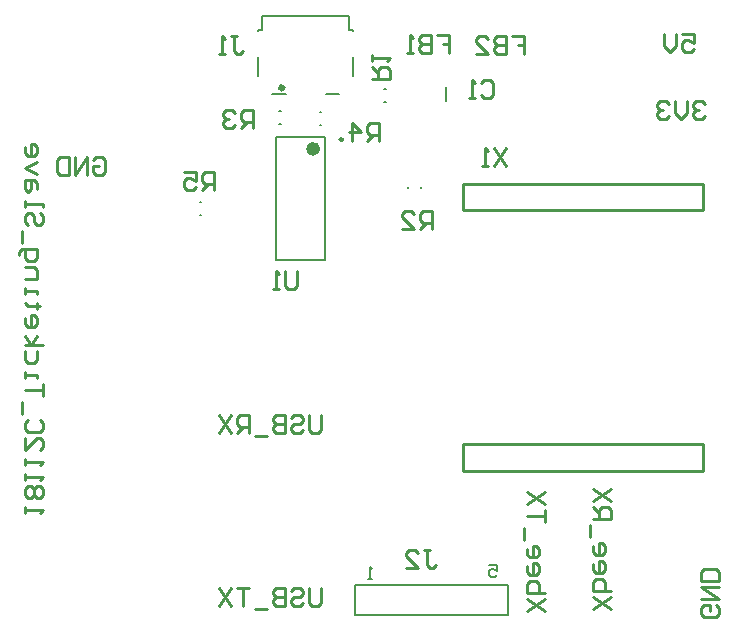
<source format=gbr>
%TF.GenerationSoftware,Altium Limited,Altium Designer,21.6.1 (37)*%
G04 Layer_Color=32896*
%FSLAX43Y43*%
%MOMM*%
%TF.SameCoordinates,1F06128E-DADF-4999-8CD8-60C71D9D28CE*%
%TF.FilePolarity,Positive*%
%TF.FileFunction,Legend,Bot*%
%TF.Part,Single*%
G01*
G75*
%TA.AperFunction,NonConductor*%
%ADD42C,0.250*%
%ADD43C,0.200*%
%ADD45C,0.254*%
%ADD47C,0.400*%
%ADD48C,0.600*%
%ADD49C,0.150*%
D42*
X29825Y41625D02*
G03*
X29825Y41625I-125J0D01*
G01*
D43*
X38596Y44875D02*
Y46075D01*
X27850Y42850D02*
X27950D01*
X27850Y43950D02*
X27950D01*
X24450Y44050D02*
X24550D01*
X24450Y42950D02*
X24550D01*
X30838Y1397D02*
Y3937D01*
X43838D01*
Y1397D02*
Y3937D01*
X30838Y1397D02*
X43838D01*
X33351Y44789D02*
X33451D01*
X33351Y45889D02*
X33451D01*
X36450Y37477D02*
Y37577D01*
X35350Y37477D02*
Y37577D01*
X24200Y31425D02*
X28300D01*
X24200Y41825D02*
X28300D01*
X24200Y31425D02*
Y41825D01*
X28300Y31425D02*
Y41825D01*
X17707Y35264D02*
X17807D01*
X17707Y36364D02*
X17807D01*
X42194Y5572D02*
X42861D01*
Y5072D01*
X42527Y5238D01*
X42361D01*
X42194Y5072D01*
Y4739D01*
X42361Y4572D01*
X42694D01*
X42861Y4739D01*
X32308Y4445D02*
X31975D01*
X32141D01*
Y5445D01*
X32308Y5278D01*
D45*
X60310Y14833D02*
Y15849D01*
Y13563D02*
Y14833D01*
X39990Y15849D02*
X60310D01*
X39990Y13563D02*
Y15849D01*
Y13563D02*
X60310D01*
Y35661D02*
Y37820D01*
X39990D02*
X60310D01*
X39990Y35661D02*
Y37820D01*
Y35661D02*
X60310D01*
X60446Y44624D02*
X60192Y44878D01*
X59684D01*
X59430Y44624D01*
Y44370D01*
X59684Y44116D01*
X59938D01*
X59684D01*
X59430Y43862D01*
Y43608D01*
X59684Y43354D01*
X60192D01*
X60446Y43608D01*
X58922Y44878D02*
Y43862D01*
X58415Y43354D01*
X57907Y43862D01*
Y44878D01*
X57399Y44624D02*
X57145Y44878D01*
X56637D01*
X56383Y44624D01*
Y44370D01*
X56637Y44116D01*
X56891D01*
X56637D01*
X56383Y43862D01*
Y43608D01*
X56637Y43354D01*
X57145D01*
X57399Y43608D01*
X58530Y50578D02*
X59546D01*
Y49816D01*
X59038Y50070D01*
X58784D01*
X58530Y49816D01*
Y49308D01*
X58784Y49054D01*
X59292D01*
X59546Y49308D01*
X58022Y50578D02*
Y49562D01*
X57515Y49054D01*
X57007Y49562D01*
Y50578D01*
X8630Y39901D02*
X8884Y40155D01*
X9392D01*
X9646Y39901D01*
Y38885D01*
X9392Y38631D01*
X8884D01*
X8630Y38885D01*
Y39393D01*
X9138D01*
X8122Y38631D02*
Y40155D01*
X7107Y38631D01*
Y40155D01*
X6599D02*
Y38631D01*
X5837D01*
X5583Y38885D01*
Y39901D01*
X5837Y40155D01*
X6599D01*
X61424Y2170D02*
X61678Y1916D01*
Y1408D01*
X61424Y1154D01*
X60408D01*
X60154Y1408D01*
Y1916D01*
X60408Y2170D01*
X60916D01*
Y1662D01*
X60154Y2678D02*
X61678D01*
X60154Y3693D01*
X61678D01*
Y4201D02*
X60154D01*
Y4963D01*
X60408Y5217D01*
X61424D01*
X61678Y4963D01*
Y4201D01*
X2921Y10033D02*
Y10541D01*
Y10287D01*
X4445D01*
X4191Y10033D01*
Y11303D02*
X4445Y11557D01*
Y12064D01*
X4191Y12318D01*
X3937D01*
X3683Y12064D01*
X3429Y12318D01*
X3175D01*
X2921Y12064D01*
Y11557D01*
X3175Y11303D01*
X3429D01*
X3683Y11557D01*
X3937Y11303D01*
X4191D01*
X3683Y11557D02*
Y12064D01*
X2921Y12826D02*
Y13334D01*
Y13080D01*
X4445D01*
X4191Y12826D01*
X2921Y14096D02*
Y14604D01*
Y14350D01*
X4445D01*
X4191Y14096D01*
X2921Y16381D02*
Y15365D01*
X3937Y16381D01*
X4191D01*
X4445Y16127D01*
Y15619D01*
X4191Y15365D01*
Y17904D02*
X4445Y17651D01*
Y17143D01*
X4191Y16889D01*
X3175D01*
X2921Y17143D01*
Y17651D01*
X3175Y17904D01*
X2667Y18412D02*
Y19428D01*
X4445Y19936D02*
Y20951D01*
Y20444D01*
X2921D01*
Y21459D02*
Y21967D01*
Y21713D01*
X3937D01*
Y21459D01*
Y23745D02*
Y22983D01*
X3683Y22729D01*
X3175D01*
X2921Y22983D01*
Y23745D01*
Y24252D02*
X4445D01*
X3429D02*
X3937Y25014D01*
X3429Y24252D02*
X2921Y25014D01*
Y26538D02*
Y26030D01*
X3175Y25776D01*
X3683D01*
X3937Y26030D01*
Y26538D01*
X3683Y26792D01*
X3429D01*
Y25776D01*
X4191Y27553D02*
X3937D01*
Y27299D01*
Y27807D01*
Y27553D01*
X3175D01*
X2921Y27807D01*
Y28569D02*
Y29077D01*
Y28823D01*
X3937D01*
Y28569D01*
X2921Y29839D02*
X3937D01*
Y30600D01*
X3683Y30854D01*
X2921D01*
X2413Y31870D02*
Y32124D01*
X2667Y32378D01*
X3937D01*
Y31616D01*
X3683Y31362D01*
X3175D01*
X2921Y31616D01*
Y32378D01*
X2667Y32886D02*
Y33901D01*
X4191Y35425D02*
X4445Y35171D01*
Y34663D01*
X4191Y34409D01*
X3937D01*
X3683Y34663D01*
Y35171D01*
X3429Y35425D01*
X3175D01*
X2921Y35171D01*
Y34663D01*
X3175Y34409D01*
X2921Y35933D02*
Y36440D01*
Y36187D01*
X4445D01*
Y35933D01*
X3937Y37456D02*
Y37964D01*
X3683Y38218D01*
X2921D01*
Y37456D01*
X3175Y37202D01*
X3429Y37456D01*
Y38218D01*
X3937Y38726D02*
X2921Y39234D01*
X3937Y39741D01*
X2921Y41011D02*
Y40503D01*
X3175Y40249D01*
X3683D01*
X3937Y40503D01*
Y41011D01*
X3683Y41265D01*
X3429D01*
Y40249D01*
X27940Y3682D02*
Y2413D01*
X27686Y2159D01*
X27178D01*
X26924Y2413D01*
Y3682D01*
X25401Y3429D02*
X25655Y3682D01*
X26163D01*
X26416Y3429D01*
Y3175D01*
X26163Y2921D01*
X25655D01*
X25401Y2667D01*
Y2413D01*
X25655Y2159D01*
X26163D01*
X26416Y2413D01*
X24893Y3682D02*
Y2159D01*
X24131D01*
X23877Y2413D01*
Y2667D01*
X24131Y2921D01*
X24893D01*
X24131D01*
X23877Y3175D01*
Y3429D01*
X24131Y3682D01*
X24893D01*
X23369Y1905D02*
X22354D01*
X21846Y3682D02*
X20830D01*
X21338D01*
Y2159D01*
X20322Y3682D02*
X19307Y2159D01*
Y3682D02*
X20322Y2159D01*
X27940Y18287D02*
Y17018D01*
X27686Y16764D01*
X27178D01*
X26924Y17018D01*
Y18287D01*
X25401Y18034D02*
X25655Y18287D01*
X26163D01*
X26416Y18034D01*
Y17780D01*
X26163Y17526D01*
X25655D01*
X25401Y17272D01*
Y17018D01*
X25655Y16764D01*
X26163D01*
X26416Y17018D01*
X24893Y18287D02*
Y16764D01*
X24131D01*
X23877Y17018D01*
Y17272D01*
X24131Y17526D01*
X24893D01*
X24131D01*
X23877Y17780D01*
Y18034D01*
X24131Y18287D01*
X24893D01*
X23369Y16510D02*
X22354D01*
X21846Y16764D02*
Y18287D01*
X21084D01*
X20830Y18034D01*
Y17526D01*
X21084Y17272D01*
X21846D01*
X21338D02*
X20830Y16764D01*
X20322Y18287D02*
X19307Y16764D01*
Y18287D02*
X20322Y16764D01*
X52531Y1854D02*
X51008Y2870D01*
X52531D02*
X51008Y1854D01*
X52531Y3378D02*
X51008D01*
Y4139D01*
X51262Y4393D01*
X51516D01*
X51770D01*
X52024Y4139D01*
Y3378D01*
X51008Y5663D02*
Y5155D01*
X51262Y4901D01*
X51770D01*
X52024Y5155D01*
Y5663D01*
X51770Y5917D01*
X51516D01*
Y4901D01*
X51008Y7186D02*
Y6678D01*
X51262Y6425D01*
X51770D01*
X52024Y6678D01*
Y7186D01*
X51770Y7440D01*
X51516D01*
Y6425D01*
X50754Y7948D02*
Y8964D01*
X51008Y9472D02*
X52531D01*
Y10233D01*
X52278Y10487D01*
X51770D01*
X51516Y10233D01*
Y9472D01*
Y9979D02*
X51008Y10487D01*
X52531Y10995D02*
X51008Y12011D01*
X52531D02*
X51008Y10995D01*
X46931Y1654D02*
X45408Y2670D01*
X46931D02*
X45408Y1654D01*
X46931Y3178D02*
X45408D01*
Y3939D01*
X45662Y4193D01*
X45916D01*
X46170D01*
X46424Y3939D01*
Y3178D01*
X45408Y5463D02*
Y4955D01*
X45662Y4701D01*
X46170D01*
X46424Y4955D01*
Y5463D01*
X46170Y5717D01*
X45916D01*
Y4701D01*
X45408Y6986D02*
Y6478D01*
X45662Y6225D01*
X46170D01*
X46424Y6478D01*
Y6986D01*
X46170Y7240D01*
X45916D01*
Y6225D01*
X45154Y7748D02*
Y8764D01*
X46931Y9272D02*
Y10287D01*
Y9779D01*
X45408D01*
X46931Y10795D02*
X45408Y11811D01*
X46931D02*
X45408Y10795D01*
X36664Y6858D02*
X37172D01*
X36918D01*
Y5588D01*
X37172Y5334D01*
X37426D01*
X37680Y5588D01*
X35141Y5334D02*
X36157D01*
X35141Y6350D01*
Y6604D01*
X35395Y6858D01*
X35903D01*
X36157Y6604D01*
X43611Y40894D02*
X42595Y39370D01*
Y40894D02*
X43611Y39370D01*
X42087D02*
X41579D01*
X41833D01*
Y40894D01*
X42087Y40640D01*
X41528Y46364D02*
X41782Y46618D01*
X42290D01*
X42544Y46364D01*
Y45348D01*
X42290Y45094D01*
X41782D01*
X41528Y45348D01*
X41020Y45094D02*
X40513D01*
X40767D01*
Y46618D01*
X41020Y46364D01*
X20320Y50346D02*
X20828D01*
X20574D01*
Y49076D01*
X20828Y48822D01*
X21082D01*
X21336Y49076D01*
X19812Y48822D02*
X19305D01*
X19559D01*
Y50346D01*
X19812Y50092D01*
X32306Y46736D02*
X33829D01*
Y47498D01*
X33576Y47752D01*
X33068D01*
X32814Y47498D01*
Y46736D01*
Y47244D02*
X32306Y47752D01*
Y48260D02*
Y48767D01*
Y48513D01*
X33829D01*
X33576Y48260D01*
X37353Y34025D02*
Y35549D01*
X36591D01*
X36337Y35295D01*
Y34787D01*
X36591Y34533D01*
X37353D01*
X36845D02*
X36337Y34025D01*
X34813D02*
X35829D01*
X34813Y35041D01*
Y35295D01*
X35067Y35549D01*
X35575D01*
X35829Y35295D01*
X25952Y30518D02*
Y29248D01*
X25699Y28994D01*
X25191D01*
X24937Y29248D01*
Y30518D01*
X24429Y28994D02*
X23921D01*
X24175D01*
Y30518D01*
X24429Y30264D01*
X37828Y50462D02*
X38843D01*
Y49700D01*
X38336D01*
X38843D01*
Y48938D01*
X37320Y50462D02*
Y48938D01*
X36558D01*
X36304Y49192D01*
Y49446D01*
X36558Y49700D01*
X37320D01*
X36558D01*
X36304Y49954D01*
Y50208D01*
X36558Y50462D01*
X37320D01*
X35796Y48938D02*
X35289D01*
X35542D01*
Y50462D01*
X35796Y50208D01*
X44166Y50362D02*
X45181D01*
Y49600D01*
X44674D01*
X45181D01*
Y48838D01*
X43658Y50362D02*
Y48838D01*
X42896D01*
X42642Y49092D01*
Y49346D01*
X42896Y49600D01*
X43658D01*
X42896D01*
X42642Y49854D01*
Y50108D01*
X42896Y50362D01*
X43658D01*
X41119Y48838D02*
X42134D01*
X41119Y49854D01*
Y50108D01*
X41373Y50362D01*
X41880D01*
X42134Y50108D01*
X22250Y42553D02*
Y44076D01*
X21488D01*
X21234Y43822D01*
Y43315D01*
X21488Y43061D01*
X22250D01*
X21742D02*
X21234Y42553D01*
X20726Y43822D02*
X20472Y44076D01*
X19965D01*
X19711Y43822D01*
Y43569D01*
X19965Y43315D01*
X20219D01*
X19965D01*
X19711Y43061D01*
Y42807D01*
X19965Y42553D01*
X20472D01*
X20726Y42807D01*
X32920Y41515D02*
Y43038D01*
X32158D01*
X31904Y42785D01*
Y42277D01*
X32158Y42023D01*
X32920D01*
X32412D02*
X31904Y41515D01*
X30634D02*
Y43038D01*
X31396Y42277D01*
X30380D01*
X18935Y37350D02*
Y38874D01*
X18173D01*
X17920Y38620D01*
Y38112D01*
X18173Y37858D01*
X18935D01*
X18427D02*
X17920Y37350D01*
X16396Y38874D02*
X17412D01*
Y38112D01*
X16904Y38366D01*
X16650D01*
X16396Y38112D01*
Y37604D01*
X16650Y37350D01*
X17158D01*
X17412Y37604D01*
D47*
X24775Y46000D02*
G03*
X24775Y46000I-141J0D01*
G01*
D48*
X27600Y40825D02*
G03*
X27600Y40825I-300J0D01*
G01*
D49*
X30675Y50760D02*
Y50900D01*
Y47030D02*
Y48630D01*
X22675Y47030D02*
Y48630D01*
Y50760D02*
Y50900D01*
X23845Y45500D02*
X24975D01*
X28375D02*
X29505D01*
X22675Y50900D02*
X22975D01*
Y52100D01*
X30375D01*
Y50900D02*
Y52100D01*
Y50900D02*
X30675D01*
%TF.MD5,76463b1cfbbcb7a092f21079484fe534*%
M02*

</source>
